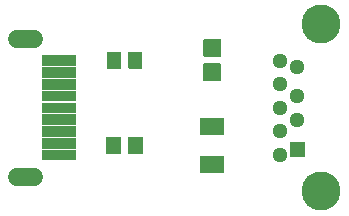
<source format=gts>
G04 Layer: TopSolderMaskLayer*
G04 EasyEDA v6.5.5, 2022-06-29 11:53:04*
G04 45b2c0bde71c4c1c92ce3b501ee4c66e,9bf960991b9d4efa812b5d32ee5e6833,10*
G04 Gerber Generator version 0.2*
G04 Scale: 100 percent, Rotated: No, Reflected: No *
G04 Dimensions in millimeters *
G04 leading zeros omitted , absolute positions ,4 integer and 5 decimal *
%FSLAX45Y45*%
%MOMM*%

%ADD26C,1.5095*%
%ADD31C,3.3016*%
%ADD33C,1.3005*%

%LPD*%
D26*
X1022908Y8384971D02*
G01*
X882091Y8384971D01*
X1022908Y7214996D02*
G01*
X882091Y7214996D01*
G36*
X1930702Y8131540D02*
G01*
X1930654Y8131555D01*
X1830702Y8131555D01*
X1827654Y8132048D01*
X1824606Y8133572D01*
X1822574Y8135604D01*
X1821050Y8138652D01*
X1820542Y8141700D01*
X1820418Y8141715D01*
X1820418Y8266684D01*
X1820542Y8266699D01*
X1821050Y8269747D01*
X1822574Y8272795D01*
X1824606Y8274827D01*
X1827654Y8276351D01*
X1830702Y8276844D01*
X1930654Y8276844D01*
X1930702Y8276859D01*
X1933750Y8276351D01*
X1936798Y8274827D01*
X1938830Y8272795D01*
X1940354Y8269747D01*
X1940862Y8266699D01*
X1940813Y8266684D01*
X1940813Y8141715D01*
X1940862Y8141700D01*
X1940354Y8138652D01*
X1938830Y8135604D01*
X1936798Y8133572D01*
X1933750Y8132048D01*
G37*
G36*
X1650702Y8131540D02*
G01*
X1647654Y8132048D01*
X1644606Y8133572D01*
X1642574Y8135604D01*
X1641050Y8138652D01*
X1640542Y8141700D01*
X1640586Y8141715D01*
X1640586Y8266684D01*
X1640542Y8266699D01*
X1641050Y8269747D01*
X1642574Y8272795D01*
X1644606Y8274827D01*
X1647654Y8276351D01*
X1650702Y8276859D01*
X1650745Y8276844D01*
X1750702Y8276844D01*
X1753750Y8276351D01*
X1756798Y8274827D01*
X1758830Y8272795D01*
X1760354Y8269747D01*
X1760862Y8266699D01*
X1760981Y8266684D01*
X1760981Y8141715D01*
X1760862Y8141700D01*
X1760354Y8138652D01*
X1758830Y8135604D01*
X1756798Y8133572D01*
X1753750Y8132048D01*
X1750702Y8131555D01*
X1650745Y8131555D01*
G37*
G36*
X2436528Y7250140D02*
G01*
X2433480Y7250648D01*
X2430432Y7252172D01*
X2428400Y7254204D01*
X2426876Y7257252D01*
X2426368Y7260300D01*
X2426461Y7260336D01*
X2426461Y7380223D01*
X2426368Y7380300D01*
X2426876Y7383348D01*
X2428400Y7386396D01*
X2430432Y7388428D01*
X2433480Y7389952D01*
X2436528Y7390460D01*
X2436622Y7390384D01*
X2626613Y7390384D01*
X2626530Y7390460D01*
X2629578Y7389952D01*
X2632626Y7388428D01*
X2634658Y7386396D01*
X2636182Y7383348D01*
X2636690Y7380300D01*
X2636774Y7380223D01*
X2636774Y7260336D01*
X2636690Y7260300D01*
X2636182Y7257252D01*
X2634658Y7254204D01*
X2632626Y7252172D01*
X2629578Y7250648D01*
X2626530Y7250140D01*
X2626613Y7250176D01*
X2436622Y7250176D01*
G37*
G36*
X2436528Y7570155D02*
G01*
X2433480Y7570663D01*
X2430432Y7572187D01*
X2428400Y7574219D01*
X2426876Y7577267D01*
X2426368Y7580315D01*
X2426461Y7580376D01*
X2426461Y7700263D01*
X2426368Y7700314D01*
X2426876Y7703362D01*
X2428400Y7706410D01*
X2430432Y7708442D01*
X2433480Y7709966D01*
X2436528Y7710474D01*
X2436622Y7710423D01*
X2626613Y7710423D01*
X2626530Y7710474D01*
X2629578Y7709966D01*
X2632626Y7708442D01*
X2634658Y7706410D01*
X2636182Y7703362D01*
X2636690Y7700314D01*
X2636774Y7700263D01*
X2636774Y7580376D01*
X2636690Y7580315D01*
X2636182Y7577267D01*
X2634658Y7574219D01*
X2632626Y7572187D01*
X2629578Y7570663D01*
X2626530Y7570155D01*
X2626613Y7570215D01*
X2436622Y7570215D01*
G37*
G36*
X2464028Y8025620D02*
G01*
X2462504Y8025874D01*
X2460980Y8026636D01*
X2459964Y8027652D01*
X2459202Y8029176D01*
X2458948Y8030700D01*
X2458974Y8030718D01*
X2458974Y8171687D01*
X2458948Y8171700D01*
X2459202Y8173224D01*
X2459964Y8174748D01*
X2460980Y8175764D01*
X2462504Y8176526D01*
X2464028Y8176780D01*
X2464054Y8176768D01*
X2598927Y8176768D01*
X2599029Y8176780D01*
X2600553Y8176526D01*
X2602077Y8175764D01*
X2603093Y8174748D01*
X2603855Y8173224D01*
X2604109Y8171700D01*
X2604008Y8171687D01*
X2604008Y8030718D01*
X2604109Y8030700D01*
X2603855Y8029176D01*
X2603093Y8027652D01*
X2602077Y8026636D01*
X2600553Y8025874D01*
X2599029Y8025620D01*
X2598927Y8025637D01*
X2464054Y8025637D01*
G37*
G36*
X2464028Y8231619D02*
G01*
X2462504Y8231873D01*
X2460980Y8232635D01*
X2459964Y8233651D01*
X2459202Y8235175D01*
X2458948Y8236699D01*
X2458974Y8236712D01*
X2458974Y8377681D01*
X2458948Y8377699D01*
X2459202Y8379223D01*
X2459964Y8380747D01*
X2460980Y8381763D01*
X2462504Y8382525D01*
X2464028Y8382779D01*
X2464054Y8382762D01*
X2598927Y8382762D01*
X2599029Y8382779D01*
X2600553Y8382525D01*
X2602077Y8381763D01*
X2603093Y8380747D01*
X2603855Y8379223D01*
X2604109Y8377699D01*
X2604008Y8377681D01*
X2604008Y8236712D01*
X2604109Y8236699D01*
X2603855Y8235175D01*
X2603093Y8233651D01*
X2602077Y8232635D01*
X2600553Y8231873D01*
X2599029Y8231619D01*
X2598927Y8231631D01*
X2464054Y8231631D01*
G37*
G36*
X1636776Y7410195D02*
G01*
X1635252Y7410450D01*
X1633728Y7411212D01*
X1632712Y7412228D01*
X1631950Y7413752D01*
X1631695Y7415276D01*
X1631695Y7545323D01*
X1631950Y7546847D01*
X1632712Y7548371D01*
X1633728Y7549387D01*
X1635252Y7550150D01*
X1636776Y7550404D01*
X1756663Y7550404D01*
X1758187Y7550150D01*
X1759712Y7549387D01*
X1760728Y7548371D01*
X1761489Y7546847D01*
X1761744Y7545323D01*
X1761744Y7415276D01*
X1761489Y7413752D01*
X1760728Y7412228D01*
X1759712Y7411212D01*
X1758187Y7410450D01*
X1756663Y7410195D01*
G37*
G36*
X1824736Y7410195D02*
G01*
X1823212Y7410450D01*
X1821687Y7411212D01*
X1820671Y7412228D01*
X1819910Y7413752D01*
X1819655Y7415276D01*
X1819655Y7545323D01*
X1819910Y7546847D01*
X1820671Y7548371D01*
X1821687Y7549387D01*
X1823212Y7550150D01*
X1824736Y7550404D01*
X1944624Y7550404D01*
X1946148Y7550150D01*
X1947672Y7549387D01*
X1948688Y7548371D01*
X1949450Y7546847D01*
X1949704Y7545323D01*
X1949704Y7545323D01*
X1949704Y7415276D01*
X1949704Y7415276D01*
X1949450Y7413752D01*
X1948688Y7412228D01*
X1947672Y7411212D01*
X1946148Y7410450D01*
X1944624Y7410195D01*
G37*
G36*
X1097534Y7754873D02*
G01*
X1097508Y7754901D01*
X1095984Y7755155D01*
X1094460Y7755917D01*
X1093444Y7756933D01*
X1092682Y7758457D01*
X1092428Y7759981D01*
X1092454Y7759954D01*
X1092454Y7839963D01*
X1092428Y7839991D01*
X1092682Y7841515D01*
X1093444Y7843039D01*
X1094460Y7844055D01*
X1095984Y7844817D01*
X1097508Y7845071D01*
X1097534Y7845044D01*
X1375410Y7845044D01*
X1375511Y7845071D01*
X1377035Y7844817D01*
X1378559Y7844055D01*
X1379575Y7843039D01*
X1380337Y7841515D01*
X1380591Y7839991D01*
X1380489Y7839963D01*
X1380489Y7759954D01*
X1380591Y7759981D01*
X1380337Y7758457D01*
X1379575Y7756933D01*
X1378559Y7755917D01*
X1377035Y7755155D01*
X1375511Y7754901D01*
X1375410Y7754873D01*
G37*
G36*
X1097534Y7654797D02*
G01*
X1097508Y7654902D01*
X1095984Y7655156D01*
X1094460Y7655918D01*
X1093444Y7656934D01*
X1092682Y7658458D01*
X1092428Y7659982D01*
X1092454Y7659878D01*
X1092454Y7739887D01*
X1092428Y7739992D01*
X1092682Y7741516D01*
X1093444Y7743040D01*
X1094460Y7744056D01*
X1095984Y7744818D01*
X1097508Y7745072D01*
X1097534Y7744968D01*
X1375410Y7744968D01*
X1375511Y7745072D01*
X1377035Y7744818D01*
X1378559Y7744056D01*
X1379575Y7743040D01*
X1380337Y7741516D01*
X1380591Y7739992D01*
X1380489Y7739887D01*
X1380489Y7659878D01*
X1380591Y7659982D01*
X1380337Y7658458D01*
X1379575Y7656934D01*
X1378559Y7655918D01*
X1377035Y7655156D01*
X1375511Y7654902D01*
X1375410Y7654797D01*
G37*
G36*
X1097508Y7554902D02*
G01*
X1095984Y7555156D01*
X1094460Y7555918D01*
X1093444Y7556934D01*
X1092682Y7558458D01*
X1092428Y7559982D01*
X1092454Y7560055D01*
X1092454Y7640065D01*
X1092428Y7639992D01*
X1092682Y7641516D01*
X1093444Y7643040D01*
X1094460Y7644056D01*
X1095984Y7644818D01*
X1097508Y7645072D01*
X1097534Y7645145D01*
X1375410Y7645145D01*
X1375511Y7645072D01*
X1377035Y7644818D01*
X1378559Y7644056D01*
X1379575Y7643040D01*
X1380337Y7641516D01*
X1380591Y7639992D01*
X1380489Y7640065D01*
X1380489Y7560055D01*
X1380591Y7559982D01*
X1380337Y7558458D01*
X1379575Y7556934D01*
X1378559Y7555918D01*
X1377035Y7555156D01*
X1375511Y7554902D01*
X1375410Y7554976D01*
X1097534Y7554976D01*
G37*
G36*
X1097534Y7454900D02*
G01*
X1097508Y7454902D01*
X1095984Y7455156D01*
X1094460Y7455918D01*
X1093444Y7456934D01*
X1092682Y7458458D01*
X1092428Y7459982D01*
X1092454Y7459979D01*
X1092454Y7539989D01*
X1092428Y7539992D01*
X1092682Y7541516D01*
X1093444Y7543040D01*
X1094460Y7544056D01*
X1095984Y7544818D01*
X1097508Y7545072D01*
X1097534Y7545070D01*
X1375410Y7545070D01*
X1375511Y7545072D01*
X1377035Y7544818D01*
X1378559Y7544056D01*
X1379575Y7543040D01*
X1380337Y7541516D01*
X1380591Y7539992D01*
X1380489Y7539989D01*
X1380489Y7459979D01*
X1380591Y7459982D01*
X1380337Y7458458D01*
X1379575Y7456934D01*
X1378559Y7455918D01*
X1377035Y7455156D01*
X1375511Y7454902D01*
X1375410Y7454900D01*
G37*
G36*
X1097534Y7354823D02*
G01*
X1097508Y7354902D01*
X1095984Y7355156D01*
X1094460Y7355918D01*
X1093444Y7356934D01*
X1092682Y7358458D01*
X1092428Y7359982D01*
X1092454Y7359904D01*
X1092454Y7439913D01*
X1092428Y7439992D01*
X1092682Y7441516D01*
X1093444Y7443040D01*
X1094460Y7444056D01*
X1095984Y7444818D01*
X1097508Y7445072D01*
X1097534Y7444994D01*
X1375410Y7444994D01*
X1375511Y7445072D01*
X1377035Y7444818D01*
X1378559Y7444056D01*
X1379575Y7443040D01*
X1380337Y7441516D01*
X1380591Y7439992D01*
X1380489Y7439913D01*
X1380489Y7359904D01*
X1380591Y7359982D01*
X1380337Y7358458D01*
X1379575Y7356934D01*
X1378559Y7355918D01*
X1377035Y7355156D01*
X1375511Y7354902D01*
X1375410Y7354823D01*
G37*
G36*
X1097508Y7854901D02*
G01*
X1095984Y7855155D01*
X1094460Y7855917D01*
X1093444Y7856933D01*
X1092682Y7858457D01*
X1092428Y7859981D01*
X1092454Y7860029D01*
X1092454Y7940039D01*
X1092428Y7939991D01*
X1092682Y7941515D01*
X1093444Y7943039D01*
X1094460Y7944055D01*
X1095984Y7944817D01*
X1097508Y7945071D01*
X1097534Y7945120D01*
X1375410Y7945120D01*
X1375511Y7945071D01*
X1377035Y7944817D01*
X1378559Y7944055D01*
X1379575Y7943039D01*
X1380337Y7941515D01*
X1380591Y7939991D01*
X1380489Y7940039D01*
X1380489Y7860029D01*
X1380591Y7859981D01*
X1380337Y7858457D01*
X1379575Y7856933D01*
X1378559Y7855917D01*
X1377035Y7855155D01*
X1375511Y7854901D01*
X1375410Y7854950D01*
X1097534Y7854950D01*
G37*
G36*
X1097508Y7954901D02*
G01*
X1095984Y7955155D01*
X1094460Y7955917D01*
X1093444Y7956933D01*
X1092682Y7958457D01*
X1092428Y7959981D01*
X1092454Y7960105D01*
X1092454Y8040115D01*
X1092428Y8039991D01*
X1092682Y8041515D01*
X1093444Y8043039D01*
X1094460Y8044055D01*
X1095984Y8044817D01*
X1097508Y8045071D01*
X1097534Y8045195D01*
X1375410Y8045195D01*
X1375511Y8045071D01*
X1377035Y8044817D01*
X1378559Y8044055D01*
X1379575Y8043039D01*
X1380337Y8041515D01*
X1380591Y8039991D01*
X1380489Y8040115D01*
X1380489Y7960105D01*
X1380591Y7959981D01*
X1380337Y7958457D01*
X1379575Y7956933D01*
X1378559Y7955917D01*
X1377035Y7955155D01*
X1375511Y7954901D01*
X1375410Y7955026D01*
X1097534Y7955026D01*
G37*
G36*
X1097534Y8054847D02*
G01*
X1097508Y8054901D01*
X1095984Y8055155D01*
X1094460Y8055917D01*
X1093444Y8056933D01*
X1092682Y8058457D01*
X1092428Y8059981D01*
X1092454Y8059928D01*
X1092454Y8139937D01*
X1092428Y8139991D01*
X1092682Y8141515D01*
X1093444Y8143039D01*
X1094460Y8144055D01*
X1095984Y8144817D01*
X1097508Y8145071D01*
X1097534Y8145018D01*
X1375410Y8145018D01*
X1375511Y8145071D01*
X1377035Y8144817D01*
X1378559Y8144055D01*
X1379575Y8143039D01*
X1380337Y8141515D01*
X1380591Y8139991D01*
X1380489Y8139937D01*
X1380489Y8059928D01*
X1380591Y8059981D01*
X1380337Y8058457D01*
X1379575Y8056933D01*
X1378559Y8055917D01*
X1377035Y8055155D01*
X1375511Y8054901D01*
X1375410Y8054847D01*
G37*
G36*
X1097508Y8154901D02*
G01*
X1095984Y8155155D01*
X1094460Y8155917D01*
X1093444Y8156933D01*
X1092682Y8158457D01*
X1092428Y8159981D01*
X1092454Y8160004D01*
X1092454Y8240013D01*
X1092428Y8239991D01*
X1092682Y8241515D01*
X1093444Y8243039D01*
X1094460Y8244055D01*
X1095984Y8244817D01*
X1097508Y8245071D01*
X1097534Y8245094D01*
X1375410Y8245094D01*
X1375511Y8245071D01*
X1377035Y8244817D01*
X1378559Y8244055D01*
X1379575Y8243039D01*
X1380337Y8241515D01*
X1380591Y8239991D01*
X1380489Y8240013D01*
X1380489Y8160004D01*
X1380591Y8159981D01*
X1380337Y8158457D01*
X1379575Y8156933D01*
X1378559Y8155917D01*
X1377035Y8155155D01*
X1375511Y8154901D01*
X1375410Y8154923D01*
X1097534Y8154923D01*
G37*
D31*
G01*
X3454400Y7093102D03*
G01*
X3454400Y8506866D03*
G36*
X3194558Y7384795D02*
G01*
X3194456Y7384897D01*
X3192932Y7385151D01*
X3191408Y7385913D01*
X3190392Y7386929D01*
X3189630Y7388453D01*
X3189376Y7389977D01*
X3189477Y7389876D01*
X3189477Y7510018D01*
X3189376Y7509967D01*
X3189630Y7511491D01*
X3190392Y7513015D01*
X3191408Y7514031D01*
X3192932Y7514793D01*
X3194456Y7515047D01*
X3194558Y7515097D01*
X3314445Y7515097D01*
X3314344Y7515047D01*
X3315868Y7514793D01*
X3317392Y7514031D01*
X3318408Y7513015D01*
X3319170Y7511491D01*
X3319424Y7509967D01*
X3319525Y7510018D01*
X3319525Y7389876D01*
X3319424Y7389977D01*
X3319170Y7388453D01*
X3318408Y7386929D01*
X3317392Y7385913D01*
X3315868Y7385151D01*
X3314344Y7384897D01*
X3314445Y7384795D01*
G37*
D33*
G01*
X3254502Y7699908D03*
G01*
X3254502Y7900060D03*
G01*
X3254502Y8149996D03*
G01*
X3104388Y7399934D03*
G01*
X3104388Y7600086D03*
G01*
X3104388Y7799984D03*
G01*
X3104388Y7999882D03*
G01*
X3104388Y8200034D03*
M02*

</source>
